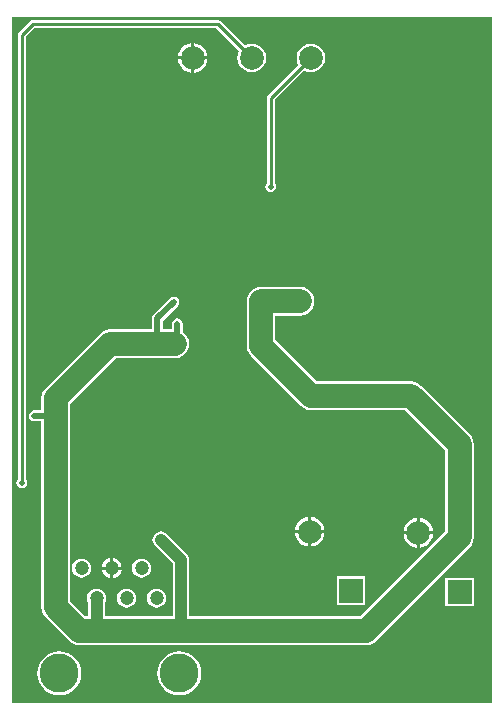
<source format=gbl>
%FSLAX42Y42*%
%MOMM*%
G71*
G01*
G75*
G04 Layer_Physical_Order=2*
G04 Layer_Color=16711680*
%ADD10R,1.50X0.30*%
%ADD11R,0.30X1.50*%
%ADD12O,0.30X1.50*%
%ADD13R,5.50X2.00*%
%ADD14R,1.68X1.52*%
%ADD15R,1.10X1.00*%
%ADD16R,1.00X1.10*%
%ADD17R,1.30X1.50*%
%ADD18R,1.50X1.30*%
%ADD19R,2.00X1.20*%
%ADD20R,5.60X5.60*%
%ADD21C,1.00*%
%ADD22C,0.25*%
%ADD23C,0.50*%
%ADD24C,2.00*%
%ADD25R,2.00X2.00*%
%ADD26C,1.20*%
%ADD27C,0.50*%
%ADD28C,3.30*%
%ADD29C,2.00*%
G36*
X4080Y-5830D02*
X20D01*
Y-20D01*
X4080D01*
Y-5830D01*
D02*
G37*
%LPC*%
G36*
X610Y-4609D02*
X589Y-4612D01*
X570Y-4620D01*
X553Y-4633D01*
X540Y-4650D01*
X532Y-4669D01*
X529Y-4690D01*
X532Y-4711D01*
X540Y-4730D01*
X553Y-4747D01*
X570Y-4760D01*
X589Y-4768D01*
X610Y-4771D01*
X631Y-4768D01*
X650Y-4760D01*
X667Y-4747D01*
X680Y-4730D01*
X688Y-4711D01*
X691Y-4690D01*
X688Y-4669D01*
X680Y-4650D01*
X667Y-4633D01*
X650Y-4620D01*
X631Y-4612D01*
X610Y-4609D01*
D02*
G37*
G36*
X948Y-4703D02*
X877D01*
Y-4774D01*
X886Y-4773D01*
X907Y-4765D01*
X925Y-4751D01*
X939Y-4733D01*
X947Y-4712D01*
X948Y-4703D01*
D02*
G37*
G36*
X851D02*
X780D01*
X781Y-4712D01*
X789Y-4733D01*
X803Y-4751D01*
X821Y-4765D01*
X842Y-4773D01*
X851Y-4774D01*
Y-4703D01*
D02*
G37*
G36*
X877Y-4606D02*
Y-4677D01*
X948D01*
X947Y-4668D01*
X939Y-4647D01*
X925Y-4629D01*
X907Y-4615D01*
X886Y-4607D01*
X877Y-4606D01*
D02*
G37*
G36*
X851D02*
X842Y-4607D01*
X821Y-4615D01*
X803Y-4629D01*
X789Y-4647D01*
X781Y-4668D01*
X780Y-4677D01*
X851D01*
Y-4606D01*
D02*
G37*
G36*
X1118Y-4609D02*
X1097Y-4612D01*
X1078Y-4620D01*
X1061Y-4633D01*
X1048Y-4650D01*
X1040Y-4669D01*
X1037Y-4690D01*
X1040Y-4711D01*
X1048Y-4730D01*
X1061Y-4747D01*
X1078Y-4760D01*
X1097Y-4768D01*
X1118Y-4771D01*
X1139Y-4768D01*
X1158Y-4760D01*
X1175Y-4747D01*
X1188Y-4730D01*
X1196Y-4711D01*
X1199Y-4690D01*
X1196Y-4669D01*
X1188Y-4650D01*
X1175Y-4633D01*
X1158Y-4620D01*
X1139Y-4612D01*
X1118Y-4609D01*
D02*
G37*
G36*
X3010Y-4760D02*
X2770D01*
Y-5000D01*
X3010D01*
Y-4760D01*
D02*
G37*
G36*
X2460Y-2309D02*
X2130D01*
X2099Y-2313D01*
X2069Y-2325D01*
X2044Y-2344D01*
X2025Y-2369D01*
X2013Y-2399D01*
X2009Y-2430D01*
Y-2810D01*
X2013Y-2841D01*
X2025Y-2871D01*
X2044Y-2896D01*
X2464Y-3316D01*
X2489Y-3335D01*
X2519Y-3347D01*
X2550Y-3351D01*
X3350D01*
X3689Y-3690D01*
Y-4380D01*
X2970Y-5099D01*
X1521D01*
Y-4620D01*
X1518Y-4602D01*
X1511Y-4585D01*
X1500Y-4570D01*
X1330Y-4400D01*
X1315Y-4389D01*
X1298Y-4382D01*
X1280Y-4379D01*
X1262Y-4382D01*
X1245Y-4389D01*
X1230Y-4400D01*
X1219Y-4415D01*
X1212Y-4432D01*
X1209Y-4450D01*
X1212Y-4468D01*
X1219Y-4485D01*
X1230Y-4500D01*
X1379Y-4649D01*
Y-5099D01*
X808D01*
Y-4983D01*
X815Y-4965D01*
X818Y-4944D01*
X815Y-4923D01*
X807Y-4904D01*
X794Y-4887D01*
X777Y-4874D01*
X758Y-4866D01*
X737Y-4863D01*
X716Y-4866D01*
X697Y-4874D01*
X680Y-4887D01*
X667Y-4904D01*
X659Y-4923D01*
X656Y-4944D01*
X659Y-4965D01*
X666Y-4983D01*
Y-5099D01*
X640D01*
X511Y-4970D01*
Y-3400D01*
Y-3300D01*
X900Y-2911D01*
X1400D01*
X1431Y-2907D01*
X1461Y-2895D01*
X1486Y-2876D01*
X1505Y-2851D01*
X1517Y-2821D01*
X1521Y-2790D01*
X1517Y-2759D01*
X1505Y-2729D01*
X1486Y-2704D01*
X1466Y-2689D01*
Y-2620D01*
X1462Y-2602D01*
X1452Y-2588D01*
X1438Y-2578D01*
X1420Y-2574D01*
X1402Y-2578D01*
X1388Y-2588D01*
X1378Y-2602D01*
X1374Y-2620D01*
Y-2669D01*
X1296D01*
Y-2594D01*
X1422Y-2468D01*
X1432Y-2453D01*
X1435Y-2436D01*
X1432Y-2418D01*
X1422Y-2403D01*
X1407Y-2393D01*
X1389Y-2390D01*
X1372Y-2393D01*
X1357Y-2403D01*
X1218Y-2543D01*
X1208Y-2557D01*
X1204Y-2575D01*
Y-2669D01*
X850D01*
X819Y-2673D01*
X789Y-2685D01*
X764Y-2704D01*
X304Y-3164D01*
X285Y-3189D01*
X273Y-3219D01*
X269Y-3250D01*
Y-3354D01*
X210D01*
X192Y-3358D01*
X178Y-3368D01*
X168Y-3382D01*
X164Y-3400D01*
X168Y-3418D01*
X178Y-3432D01*
X192Y-3442D01*
X210Y-3446D01*
X269D01*
Y-5020D01*
X273Y-5051D01*
X285Y-5081D01*
X304Y-5106D01*
X504Y-5306D01*
X529Y-5325D01*
X559Y-5337D01*
X590Y-5341D01*
X3020D01*
X3051Y-5337D01*
X3081Y-5325D01*
X3106Y-5306D01*
X3896Y-4516D01*
X3915Y-4491D01*
X3927Y-4461D01*
X3931Y-4430D01*
Y-3640D01*
X3927Y-3609D01*
X3915Y-3579D01*
X3896Y-3554D01*
X3486Y-3144D01*
X3461Y-3125D01*
X3431Y-3113D01*
X3400Y-3109D01*
X2600D01*
X2251Y-2760D01*
Y-2551D01*
X2460D01*
X2491Y-2547D01*
X2521Y-2535D01*
X2546Y-2516D01*
X2565Y-2491D01*
X2577Y-2461D01*
X2581Y-2430D01*
X2577Y-2399D01*
X2565Y-2369D01*
X2546Y-2344D01*
X2521Y-2325D01*
X2491Y-2313D01*
X2460Y-2309D01*
D02*
G37*
G36*
X1436Y-5394D02*
X1400Y-5398D01*
X1365Y-5408D01*
X1333Y-5425D01*
X1305Y-5449D01*
X1281Y-5477D01*
X1264Y-5509D01*
X1254Y-5544D01*
X1250Y-5580D01*
X1254Y-5616D01*
X1264Y-5651D01*
X1281Y-5683D01*
X1305Y-5711D01*
X1333Y-5735D01*
X1365Y-5752D01*
X1400Y-5762D01*
X1436Y-5766D01*
X1472Y-5762D01*
X1507Y-5752D01*
X1539Y-5735D01*
X1567Y-5711D01*
X1591Y-5683D01*
X1608Y-5651D01*
X1618Y-5616D01*
X1622Y-5580D01*
X1618Y-5544D01*
X1608Y-5509D01*
X1591Y-5477D01*
X1567Y-5449D01*
X1539Y-5425D01*
X1507Y-5408D01*
X1472Y-5398D01*
X1436Y-5394D01*
D02*
G37*
G36*
X420D02*
X384Y-5398D01*
X349Y-5408D01*
X317Y-5425D01*
X289Y-5449D01*
X265Y-5477D01*
X248Y-5509D01*
X238Y-5544D01*
X234Y-5580D01*
X238Y-5616D01*
X248Y-5651D01*
X265Y-5683D01*
X289Y-5711D01*
X317Y-5735D01*
X349Y-5752D01*
X384Y-5762D01*
X420Y-5766D01*
X456Y-5762D01*
X491Y-5752D01*
X523Y-5735D01*
X551Y-5711D01*
X575Y-5683D01*
X592Y-5651D01*
X602Y-5616D01*
X606Y-5580D01*
X602Y-5544D01*
X592Y-5509D01*
X575Y-5477D01*
X551Y-5449D01*
X523Y-5425D01*
X491Y-5408D01*
X456Y-5398D01*
X420Y-5394D01*
D02*
G37*
G36*
X3930Y-4770D02*
X3690D01*
Y-5010D01*
X3930D01*
Y-4770D01*
D02*
G37*
G36*
X1245Y-4863D02*
X1224Y-4866D01*
X1205Y-4874D01*
X1188Y-4887D01*
X1175Y-4904D01*
X1167Y-4923D01*
X1164Y-4944D01*
X1167Y-4965D01*
X1175Y-4984D01*
X1188Y-5001D01*
X1205Y-5014D01*
X1224Y-5022D01*
X1245Y-5025D01*
X1266Y-5022D01*
X1285Y-5014D01*
X1302Y-5001D01*
X1315Y-4984D01*
X1323Y-4965D01*
X1326Y-4944D01*
X1323Y-4923D01*
X1315Y-4904D01*
X1302Y-4887D01*
X1285Y-4874D01*
X1266Y-4866D01*
X1245Y-4863D01*
D02*
G37*
G36*
X991D02*
X970Y-4866D01*
X951Y-4874D01*
X934Y-4887D01*
X921Y-4904D01*
X913Y-4923D01*
X910Y-4944D01*
X913Y-4965D01*
X921Y-4984D01*
X934Y-5001D01*
X951Y-5014D01*
X970Y-5022D01*
X991Y-5025D01*
X1012Y-5022D01*
X1031Y-5014D01*
X1048Y-5001D01*
X1061Y-4984D01*
X1069Y-4965D01*
X1072Y-4944D01*
X1069Y-4923D01*
X1061Y-4904D01*
X1048Y-4887D01*
X1031Y-4874D01*
X1012Y-4866D01*
X991Y-4863D01*
D02*
G37*
G36*
X1675Y-383D02*
X1563D01*
Y-495D01*
X1583Y-492D01*
X1613Y-480D01*
X1639Y-459D01*
X1660Y-433D01*
X1672Y-403D01*
X1675Y-383D01*
D02*
G37*
G36*
X1537D02*
X1425D01*
X1428Y-403D01*
X1440Y-433D01*
X1461Y-459D01*
X1487Y-480D01*
X1517Y-492D01*
X1537Y-495D01*
Y-383D01*
D02*
G37*
G36*
X2553Y-4255D02*
Y-4367D01*
X2665D01*
X2662Y-4347D01*
X2650Y-4317D01*
X2629Y-4291D01*
X2603Y-4270D01*
X2573Y-4258D01*
X2553Y-4255D01*
D02*
G37*
G36*
X1760Y-47D02*
X195D01*
X182Y-49D01*
X171Y-56D01*
X79Y-149D01*
X72Y-160D01*
X69Y-172D01*
Y-3936D01*
X60Y-3950D01*
X57Y-3968D01*
X60Y-3985D01*
X70Y-4000D01*
X85Y-4010D01*
X102Y-4013D01*
X120Y-4010D01*
X135Y-4000D01*
X145Y-3985D01*
X148Y-3968D01*
X145Y-3950D01*
X136Y-3936D01*
Y-186D01*
X209Y-113D01*
X1746D01*
X1944Y-311D01*
X1933Y-339D01*
X1929Y-370D01*
X1933Y-401D01*
X1945Y-431D01*
X1964Y-456D01*
X1989Y-475D01*
X2019Y-487D01*
X2050Y-491D01*
X2081Y-487D01*
X2111Y-475D01*
X2136Y-456D01*
X2155Y-431D01*
X2167Y-401D01*
X2171Y-370D01*
X2167Y-339D01*
X2155Y-309D01*
X2136Y-284D01*
X2111Y-265D01*
X2081Y-253D01*
X2050Y-249D01*
X2019Y-253D01*
X1991Y-264D01*
X1784Y-56D01*
X1773Y-49D01*
X1760Y-47D01*
D02*
G37*
G36*
X1563Y-245D02*
Y-357D01*
X1675D01*
X1672Y-337D01*
X1660Y-307D01*
X1639Y-281D01*
X1613Y-260D01*
X1583Y-248D01*
X1563Y-245D01*
D02*
G37*
G36*
X1537D02*
X1517Y-248D01*
X1487Y-260D01*
X1461Y-281D01*
X1440Y-307D01*
X1428Y-337D01*
X1425Y-357D01*
X1537D01*
Y-245D01*
D02*
G37*
G36*
X2550Y-249D02*
X2519Y-253D01*
X2489Y-265D01*
X2464Y-284D01*
X2445Y-309D01*
X2433Y-339D01*
X2429Y-370D01*
X2433Y-401D01*
X2444Y-429D01*
X2186Y-686D01*
X2179Y-697D01*
X2177Y-710D01*
Y-1429D01*
X2168Y-1442D01*
X2164Y-1460D01*
X2168Y-1478D01*
X2178Y-1492D01*
X2192Y-1502D01*
X2210Y-1506D01*
X2228Y-1502D01*
X2242Y-1492D01*
X2252Y-1478D01*
X2256Y-1460D01*
X2252Y-1442D01*
X2243Y-1429D01*
Y-724D01*
X2491Y-476D01*
X2519Y-487D01*
X2550Y-491D01*
X2581Y-487D01*
X2611Y-475D01*
X2636Y-456D01*
X2655Y-431D01*
X2667Y-401D01*
X2671Y-370D01*
X2667Y-339D01*
X2655Y-309D01*
X2636Y-284D01*
X2611Y-265D01*
X2581Y-253D01*
X2550Y-249D01*
D02*
G37*
G36*
X2527Y-4393D02*
X2415D01*
X2418Y-4413D01*
X2430Y-4443D01*
X2451Y-4469D01*
X2477Y-4490D01*
X2507Y-4502D01*
X2527Y-4505D01*
Y-4393D01*
D02*
G37*
G36*
X3585Y-4403D02*
X3473D01*
Y-4515D01*
X3493Y-4512D01*
X3523Y-4500D01*
X3549Y-4479D01*
X3570Y-4453D01*
X3582Y-4423D01*
X3585Y-4403D01*
D02*
G37*
G36*
X3447D02*
X3335D01*
X3338Y-4423D01*
X3350Y-4453D01*
X3371Y-4479D01*
X3397Y-4500D01*
X3427Y-4512D01*
X3447Y-4515D01*
Y-4403D01*
D02*
G37*
G36*
X2665Y-4393D02*
X2553D01*
Y-4505D01*
X2573Y-4502D01*
X2603Y-4490D01*
X2629Y-4469D01*
X2650Y-4443D01*
X2662Y-4413D01*
X2665Y-4393D01*
D02*
G37*
G36*
X2527Y-4255D02*
X2507Y-4258D01*
X2477Y-4270D01*
X2451Y-4291D01*
X2430Y-4317D01*
X2418Y-4347D01*
X2415Y-4367D01*
X2527D01*
Y-4255D01*
D02*
G37*
G36*
X3473Y-4265D02*
Y-4377D01*
X3585D01*
X3582Y-4357D01*
X3570Y-4327D01*
X3549Y-4301D01*
X3523Y-4280D01*
X3493Y-4268D01*
X3473Y-4265D01*
D02*
G37*
G36*
X3447D02*
X3427Y-4268D01*
X3397Y-4280D01*
X3371Y-4301D01*
X3350Y-4327D01*
X3338Y-4357D01*
X3335Y-4377D01*
X3447D01*
Y-4265D01*
D02*
G37*
%LPD*%
D21*
X1280Y-4450D02*
X1450Y-4620D01*
X737Y-5220D02*
Y-4944D01*
X1450Y-5220D02*
Y-4620D01*
D22*
X1380Y-2770D02*
X1400Y-2790D01*
X2210Y-710D02*
X2550Y-370D01*
X2210Y-1460D02*
Y-710D01*
X102Y-3968D02*
Y-172D01*
X195Y-80D01*
X1760D01*
X2050Y-370D01*
D23*
X1250Y-2575D02*
X1389Y-2436D01*
X1250Y-2790D02*
Y-2575D01*
X1420Y-2730D02*
Y-2620D01*
X1380Y-2770D02*
X1420Y-2730D01*
X210Y-3400D02*
X390D01*
D24*
X2540Y-4380D02*
D03*
X3460Y-4390D02*
D03*
X1550Y-370D02*
D03*
X2050D02*
D03*
X2550D02*
D03*
D25*
X2890Y-4880D02*
D03*
X3810Y-4890D02*
D03*
D26*
X610Y-4690D02*
D03*
X737Y-4944D02*
D03*
X991D02*
D03*
X864Y-4690D02*
D03*
X1118D02*
D03*
X1245Y-4944D02*
D03*
D27*
X447Y-1862D02*
D03*
X2021Y-1873D02*
D03*
X1900Y-1980D02*
D03*
X1794Y-2031D02*
D03*
X2073Y-1686D02*
D03*
Y-1558D02*
D03*
X1964Y-1412D02*
D03*
X1754Y-1363D02*
D03*
X3330Y-2370D02*
D03*
X3190Y-2250D02*
D03*
X1925Y-2330D02*
D03*
X1923Y-2517D02*
D03*
X2130Y-2430D02*
D03*
X3755Y-2200D02*
D03*
Y-2325D02*
D03*
X700Y-1360D02*
D03*
X476Y-1451D02*
D03*
X385Y-1700D02*
D03*
X625Y-2039D02*
D03*
X1000Y-1360D02*
D03*
X1275D02*
D03*
X1550D02*
D03*
X1389Y-2436D02*
D03*
X1420Y-2620D02*
D03*
X1110Y-4440D02*
D03*
X370Y-149D02*
D03*
X910D02*
D03*
X3790Y-90D02*
D03*
X3320D02*
D03*
X1040Y-2420D02*
D03*
X3330Y-2477D02*
D03*
X3755Y-2445D02*
D03*
X2210Y-3510D02*
D03*
X2400Y-3860D02*
D03*
X399Y-2740D02*
D03*
X550Y-3850D02*
D03*
X2210Y-1460D02*
D03*
X1280Y-4450D02*
D03*
X2280Y-2430D02*
D03*
X2460D02*
D03*
X2130Y-2600D02*
D03*
X2952Y-3003D02*
D03*
X3062D02*
D03*
X2212Y-3238D02*
D03*
X210Y-3400D02*
D03*
X102Y-3968D02*
D03*
D28*
X1436Y-5580D02*
D03*
X420D02*
D03*
D29*
X2130Y-2810D02*
Y-2430D01*
X2280D01*
X1250Y-2790D02*
X1400D01*
X850D02*
X1250D01*
X390Y-3400D02*
Y-3250D01*
X850Y-2790D01*
X2130Y-2810D02*
X2550Y-3230D01*
X3400D02*
X3810Y-3640D01*
X2550Y-3230D02*
X3400D01*
X2280Y-2430D02*
X2460D01*
X737Y-5220D02*
X1450D01*
X390Y-5020D02*
Y-3400D01*
X590Y-5220D02*
X737D01*
X390Y-5020D02*
X590Y-5220D01*
X1450D02*
X3020D01*
X3810Y-4430D01*
Y-3640D01*
M02*

</source>
